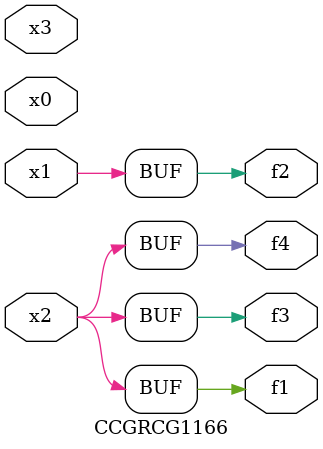
<source format=v>
module CCGRCG1166(
	input x0, x1, x2, x3,
	output f1, f2, f3, f4
);
	assign f1 = x2;
	assign f2 = x1;
	assign f3 = x2;
	assign f4 = x2;
endmodule

</source>
